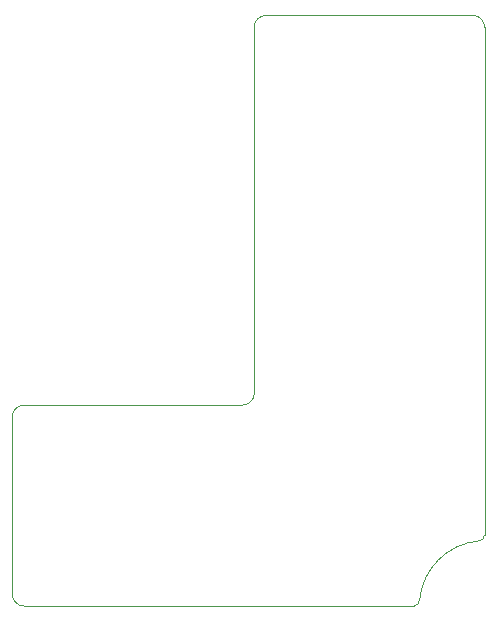
<source format=gbr>
%TF.GenerationSoftware,KiCad,Pcbnew,9.0.2*%
%TF.CreationDate,2025-08-17T18:49:40+06:00*%
%TF.ProjectId,hp3478a-ch32-ext,68703334-3738-4612-9d63-6833322d6578,rev?*%
%TF.SameCoordinates,Original*%
%TF.FileFunction,Profile,NP*%
%FSLAX46Y46*%
G04 Gerber Fmt 4.6, Leading zero omitted, Abs format (unit mm)*
G04 Created by KiCad (PCBNEW 9.0.2) date 2025-08-17 18:49:40*
%MOMM*%
%LPD*%
G01*
G04 APERTURE LIST*
%TA.AperFunction,Profile*%
%ADD10C,0.050000*%
%TD*%
G04 APERTURE END LIST*
D10*
X66500000Y-38000000D02*
G75*
G02*
X67500000Y-39000000I0J-1000000D01*
G01*
X28500000Y-88000000D02*
G75*
G02*
X27500000Y-87000000I0J1000000D01*
G01*
X61500000Y-88000000D02*
X28500000Y-88000000D01*
X48000000Y-70000000D02*
G75*
G02*
X47000000Y-71000000I-1000000J0D01*
G01*
X67500000Y-76000000D02*
X67500000Y-82000000D01*
X62000000Y-87499995D02*
G75*
G02*
X67000000Y-82500000I5500000J-500005D01*
G01*
X48000000Y-39000000D02*
G75*
G02*
X49000000Y-38000000I1000000J0D01*
G01*
X48000000Y-70000000D02*
X48000000Y-39000000D01*
X28500000Y-71000000D02*
X47000000Y-71000000D01*
X62000000Y-87499995D02*
G75*
G02*
X61500000Y-88000000I-500000J-5D01*
G01*
X67500000Y-39000000D02*
X67500000Y-76000000D01*
X49000000Y-38000000D02*
X66500000Y-38000000D01*
X27500000Y-87000000D02*
X27500000Y-72000000D01*
X67500000Y-82000000D02*
G75*
G02*
X67000006Y-82500000I-500000J0D01*
G01*
X27500000Y-72000000D02*
G75*
G02*
X28500000Y-71000000I1000000J0D01*
G01*
M02*

</source>
